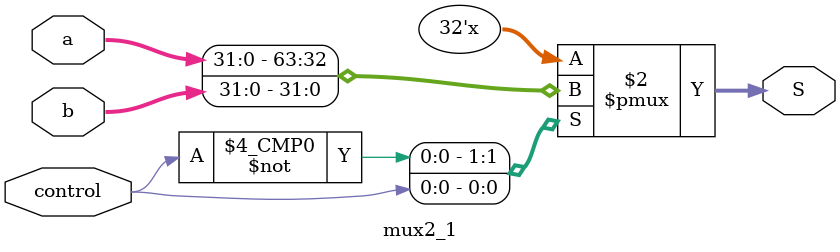
<source format=v>
module mux2_1(a, b, control, S);
	input[31:0] a;
	input [31:0] b;
	input control;
	output reg [31:0]S;
	always@(*)
		case (control)
			0: S = a;
			1: S = b;
		endcase
endmodule 

</source>
